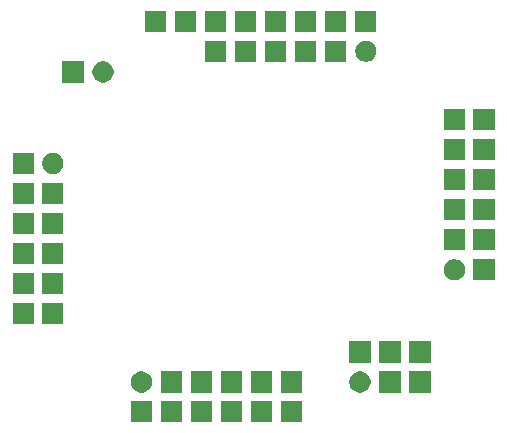
<source format=gbr>
G04 #@! TF.GenerationSoftware,KiCad,Pcbnew,(5.0.0-3-g5ebb6b6)*
G04 #@! TF.CreationDate,2019-02-10T22:35:18+03:00*
G04 #@! TF.ProjectId,mad,6D61642E6B696361645F706362000000,rev?*
G04 #@! TF.SameCoordinates,Original*
G04 #@! TF.FileFunction,Soldermask,Bot*
G04 #@! TF.FilePolarity,Negative*
%FSLAX46Y46*%
G04 Gerber Fmt 4.6, Leading zero omitted, Abs format (unit mm)*
G04 Created by KiCad (PCBNEW (5.0.0-3-g5ebb6b6)) date *
%MOMM*%
%LPD*%
G01*
G04 APERTURE LIST*
%ADD10C,0.100000*%
G04 APERTURE END LIST*
D10*
G36*
X73350000Y-77900000D02*
X71550000Y-77900000D01*
X71550000Y-76100000D01*
X73350000Y-76100000D01*
X73350000Y-77900000D01*
X73350000Y-77900000D01*
G37*
G36*
X70810000Y-77900000D02*
X69010000Y-77900000D01*
X69010000Y-76100000D01*
X70810000Y-76100000D01*
X70810000Y-77900000D01*
X70810000Y-77900000D01*
G37*
G36*
X68270000Y-77900000D02*
X66470000Y-77900000D01*
X66470000Y-76100000D01*
X68270000Y-76100000D01*
X68270000Y-77900000D01*
X68270000Y-77900000D01*
G37*
G36*
X65730000Y-77900000D02*
X63930000Y-77900000D01*
X63930000Y-76100000D01*
X65730000Y-76100000D01*
X65730000Y-77900000D01*
X65730000Y-77900000D01*
G37*
G36*
X63190000Y-77900000D02*
X61390000Y-77900000D01*
X61390000Y-76100000D01*
X63190000Y-76100000D01*
X63190000Y-77900000D01*
X63190000Y-77900000D01*
G37*
G36*
X60650000Y-77900000D02*
X58850000Y-77900000D01*
X58850000Y-76100000D01*
X60650000Y-76100000D01*
X60650000Y-77900000D01*
X60650000Y-77900000D01*
G37*
G36*
X65730000Y-75400000D02*
X63930000Y-75400000D01*
X63930000Y-73600000D01*
X65730000Y-73600000D01*
X65730000Y-75400000D01*
X65730000Y-75400000D01*
G37*
G36*
X63190000Y-75400000D02*
X61390000Y-75400000D01*
X61390000Y-73600000D01*
X63190000Y-73600000D01*
X63190000Y-75400000D01*
X63190000Y-75400000D01*
G37*
G36*
X60012520Y-73634586D02*
X60012522Y-73634587D01*
X60012523Y-73634587D01*
X60176310Y-73702430D01*
X60323717Y-73800924D01*
X60449076Y-73926283D01*
X60547570Y-74073690D01*
X60615414Y-74237480D01*
X60650000Y-74411358D01*
X60650000Y-74588642D01*
X60615414Y-74762520D01*
X60547570Y-74926310D01*
X60449076Y-75073717D01*
X60323717Y-75199076D01*
X60176310Y-75297570D01*
X60012523Y-75365413D01*
X60012522Y-75365413D01*
X60012520Y-75365414D01*
X59838642Y-75400000D01*
X59661358Y-75400000D01*
X59487480Y-75365414D01*
X59487478Y-75365413D01*
X59487477Y-75365413D01*
X59323690Y-75297570D01*
X59176283Y-75199076D01*
X59050924Y-75073717D01*
X58952430Y-74926310D01*
X58884586Y-74762520D01*
X58850000Y-74588642D01*
X58850000Y-74411358D01*
X58884586Y-74237480D01*
X58952430Y-74073690D01*
X59050924Y-73926283D01*
X59176283Y-73800924D01*
X59323690Y-73702430D01*
X59487477Y-73634587D01*
X59487478Y-73634587D01*
X59487480Y-73634586D01*
X59661358Y-73600000D01*
X59838642Y-73600000D01*
X60012520Y-73634586D01*
X60012520Y-73634586D01*
G37*
G36*
X68270000Y-75400000D02*
X66470000Y-75400000D01*
X66470000Y-73600000D01*
X68270000Y-73600000D01*
X68270000Y-75400000D01*
X68270000Y-75400000D01*
G37*
G36*
X70810000Y-75400000D02*
X69010000Y-75400000D01*
X69010000Y-73600000D01*
X70810000Y-73600000D01*
X70810000Y-75400000D01*
X70810000Y-75400000D01*
G37*
G36*
X73350000Y-75400000D02*
X71550000Y-75400000D01*
X71550000Y-73600000D01*
X73350000Y-73600000D01*
X73350000Y-75400000D01*
X73350000Y-75400000D01*
G37*
G36*
X84230000Y-75400000D02*
X82430000Y-75400000D01*
X82430000Y-73600000D01*
X84230000Y-73600000D01*
X84230000Y-75400000D01*
X84230000Y-75400000D01*
G37*
G36*
X81690000Y-75400000D02*
X79890000Y-75400000D01*
X79890000Y-73600000D01*
X81690000Y-73600000D01*
X81690000Y-75400000D01*
X81690000Y-75400000D01*
G37*
G36*
X78512520Y-73634586D02*
X78512522Y-73634587D01*
X78512523Y-73634587D01*
X78676310Y-73702430D01*
X78823717Y-73800924D01*
X78949076Y-73926283D01*
X79047570Y-74073690D01*
X79115414Y-74237480D01*
X79150000Y-74411358D01*
X79150000Y-74588642D01*
X79115414Y-74762520D01*
X79047570Y-74926310D01*
X78949076Y-75073717D01*
X78823717Y-75199076D01*
X78676310Y-75297570D01*
X78512523Y-75365413D01*
X78512522Y-75365413D01*
X78512520Y-75365414D01*
X78338642Y-75400000D01*
X78161358Y-75400000D01*
X77987480Y-75365414D01*
X77987478Y-75365413D01*
X77987477Y-75365413D01*
X77823690Y-75297570D01*
X77676283Y-75199076D01*
X77550924Y-75073717D01*
X77452430Y-74926310D01*
X77384586Y-74762520D01*
X77350000Y-74588642D01*
X77350000Y-74411358D01*
X77384586Y-74237480D01*
X77452430Y-74073690D01*
X77550924Y-73926283D01*
X77676283Y-73800924D01*
X77823690Y-73702430D01*
X77987477Y-73634587D01*
X77987478Y-73634587D01*
X77987480Y-73634586D01*
X78161358Y-73600000D01*
X78338642Y-73600000D01*
X78512520Y-73634586D01*
X78512520Y-73634586D01*
G37*
G36*
X84230000Y-72860000D02*
X82430000Y-72860000D01*
X82430000Y-71060000D01*
X84230000Y-71060000D01*
X84230000Y-72860000D01*
X84230000Y-72860000D01*
G37*
G36*
X81690000Y-72860000D02*
X79890000Y-72860000D01*
X79890000Y-71060000D01*
X81690000Y-71060000D01*
X81690000Y-72860000D01*
X81690000Y-72860000D01*
G37*
G36*
X79150000Y-72860000D02*
X77350000Y-72860000D01*
X77350000Y-71060000D01*
X79150000Y-71060000D01*
X79150000Y-72860000D01*
X79150000Y-72860000D01*
G37*
G36*
X53150000Y-69600000D02*
X51350000Y-69600000D01*
X51350000Y-67800000D01*
X53150000Y-67800000D01*
X53150000Y-69600000D01*
X53150000Y-69600000D01*
G37*
G36*
X50650000Y-69600000D02*
X48850000Y-69600000D01*
X48850000Y-67800000D01*
X50650000Y-67800000D01*
X50650000Y-69600000D01*
X50650000Y-69600000D01*
G37*
G36*
X53150000Y-67060000D02*
X51350000Y-67060000D01*
X51350000Y-65260000D01*
X53150000Y-65260000D01*
X53150000Y-67060000D01*
X53150000Y-67060000D01*
G37*
G36*
X50650000Y-67060000D02*
X48850000Y-67060000D01*
X48850000Y-65260000D01*
X50650000Y-65260000D01*
X50650000Y-67060000D01*
X50650000Y-67060000D01*
G37*
G36*
X89650000Y-65900000D02*
X87850000Y-65900000D01*
X87850000Y-64100000D01*
X89650000Y-64100000D01*
X89650000Y-65900000D01*
X89650000Y-65900000D01*
G37*
G36*
X86512520Y-64134586D02*
X86512522Y-64134587D01*
X86512523Y-64134587D01*
X86676310Y-64202430D01*
X86823717Y-64300924D01*
X86949076Y-64426283D01*
X87047570Y-64573690D01*
X87115414Y-64737480D01*
X87150000Y-64911358D01*
X87150000Y-65088642D01*
X87115414Y-65262520D01*
X87047570Y-65426310D01*
X86949076Y-65573717D01*
X86823717Y-65699076D01*
X86676310Y-65797570D01*
X86512523Y-65865413D01*
X86512522Y-65865413D01*
X86512520Y-65865414D01*
X86338642Y-65900000D01*
X86161358Y-65900000D01*
X85987480Y-65865414D01*
X85987478Y-65865413D01*
X85987477Y-65865413D01*
X85823690Y-65797570D01*
X85676283Y-65699076D01*
X85550924Y-65573717D01*
X85452430Y-65426310D01*
X85384586Y-65262520D01*
X85350000Y-65088642D01*
X85350000Y-64911358D01*
X85384586Y-64737480D01*
X85452430Y-64573690D01*
X85550924Y-64426283D01*
X85676283Y-64300924D01*
X85823690Y-64202430D01*
X85987477Y-64134587D01*
X85987478Y-64134587D01*
X85987480Y-64134586D01*
X86161358Y-64100000D01*
X86338642Y-64100000D01*
X86512520Y-64134586D01*
X86512520Y-64134586D01*
G37*
G36*
X53150000Y-64520000D02*
X51350000Y-64520000D01*
X51350000Y-62720000D01*
X53150000Y-62720000D01*
X53150000Y-64520000D01*
X53150000Y-64520000D01*
G37*
G36*
X50650000Y-64520000D02*
X48850000Y-64520000D01*
X48850000Y-62720000D01*
X50650000Y-62720000D01*
X50650000Y-64520000D01*
X50650000Y-64520000D01*
G37*
G36*
X89650000Y-63360000D02*
X87850000Y-63360000D01*
X87850000Y-61560000D01*
X89650000Y-61560000D01*
X89650000Y-63360000D01*
X89650000Y-63360000D01*
G37*
G36*
X87150000Y-63360000D02*
X85350000Y-63360000D01*
X85350000Y-61560000D01*
X87150000Y-61560000D01*
X87150000Y-63360000D01*
X87150000Y-63360000D01*
G37*
G36*
X50650000Y-61980000D02*
X48850000Y-61980000D01*
X48850000Y-60180000D01*
X50650000Y-60180000D01*
X50650000Y-61980000D01*
X50650000Y-61980000D01*
G37*
G36*
X53150000Y-61980000D02*
X51350000Y-61980000D01*
X51350000Y-60180000D01*
X53150000Y-60180000D01*
X53150000Y-61980000D01*
X53150000Y-61980000D01*
G37*
G36*
X89650000Y-60820000D02*
X87850000Y-60820000D01*
X87850000Y-59020000D01*
X89650000Y-59020000D01*
X89650000Y-60820000D01*
X89650000Y-60820000D01*
G37*
G36*
X87150000Y-60820000D02*
X85350000Y-60820000D01*
X85350000Y-59020000D01*
X87150000Y-59020000D01*
X87150000Y-60820000D01*
X87150000Y-60820000D01*
G37*
G36*
X50650000Y-59440000D02*
X48850000Y-59440000D01*
X48850000Y-57640000D01*
X50650000Y-57640000D01*
X50650000Y-59440000D01*
X50650000Y-59440000D01*
G37*
G36*
X53150000Y-59440000D02*
X51350000Y-59440000D01*
X51350000Y-57640000D01*
X53150000Y-57640000D01*
X53150000Y-59440000D01*
X53150000Y-59440000D01*
G37*
G36*
X87150000Y-58280000D02*
X85350000Y-58280000D01*
X85350000Y-56480000D01*
X87150000Y-56480000D01*
X87150000Y-58280000D01*
X87150000Y-58280000D01*
G37*
G36*
X89650000Y-58280000D02*
X87850000Y-58280000D01*
X87850000Y-56480000D01*
X89650000Y-56480000D01*
X89650000Y-58280000D01*
X89650000Y-58280000D01*
G37*
G36*
X50650000Y-56900000D02*
X48850000Y-56900000D01*
X48850000Y-55100000D01*
X50650000Y-55100000D01*
X50650000Y-56900000D01*
X50650000Y-56900000D01*
G37*
G36*
X52512520Y-55134586D02*
X52512522Y-55134587D01*
X52512523Y-55134587D01*
X52676310Y-55202430D01*
X52823717Y-55300924D01*
X52949076Y-55426283D01*
X53047570Y-55573690D01*
X53115414Y-55737480D01*
X53150000Y-55911358D01*
X53150000Y-56088642D01*
X53115414Y-56262520D01*
X53047570Y-56426310D01*
X52949076Y-56573717D01*
X52823717Y-56699076D01*
X52676310Y-56797570D01*
X52512523Y-56865413D01*
X52512522Y-56865413D01*
X52512520Y-56865414D01*
X52338642Y-56900000D01*
X52161358Y-56900000D01*
X51987480Y-56865414D01*
X51987478Y-56865413D01*
X51987477Y-56865413D01*
X51823690Y-56797570D01*
X51676283Y-56699076D01*
X51550924Y-56573717D01*
X51452430Y-56426310D01*
X51384586Y-56262520D01*
X51350000Y-56088642D01*
X51350000Y-55911358D01*
X51384586Y-55737480D01*
X51452430Y-55573690D01*
X51550924Y-55426283D01*
X51676283Y-55300924D01*
X51823690Y-55202430D01*
X51987477Y-55134587D01*
X51987478Y-55134587D01*
X51987480Y-55134586D01*
X52161358Y-55100000D01*
X52338642Y-55100000D01*
X52512520Y-55134586D01*
X52512520Y-55134586D01*
G37*
G36*
X87150000Y-55740000D02*
X85350000Y-55740000D01*
X85350000Y-53940000D01*
X87150000Y-53940000D01*
X87150000Y-55740000D01*
X87150000Y-55740000D01*
G37*
G36*
X89650000Y-55740000D02*
X87850000Y-55740000D01*
X87850000Y-53940000D01*
X89650000Y-53940000D01*
X89650000Y-55740000D01*
X89650000Y-55740000D01*
G37*
G36*
X87150000Y-53200000D02*
X85350000Y-53200000D01*
X85350000Y-51400000D01*
X87150000Y-51400000D01*
X87150000Y-53200000D01*
X87150000Y-53200000D01*
G37*
G36*
X89650000Y-53200000D02*
X87850000Y-53200000D01*
X87850000Y-51400000D01*
X89650000Y-51400000D01*
X89650000Y-53200000D01*
X89650000Y-53200000D01*
G37*
G36*
X54860000Y-49150000D02*
X53060000Y-49150000D01*
X53060000Y-47350000D01*
X54860000Y-47350000D01*
X54860000Y-49150000D01*
X54860000Y-49150000D01*
G37*
G36*
X56762520Y-47384586D02*
X56762522Y-47384587D01*
X56762523Y-47384587D01*
X56799733Y-47400000D01*
X56926310Y-47452430D01*
X57073717Y-47550924D01*
X57199076Y-47676283D01*
X57297570Y-47823690D01*
X57365414Y-47987480D01*
X57400000Y-48161358D01*
X57400000Y-48338642D01*
X57365414Y-48512520D01*
X57297570Y-48676310D01*
X57199076Y-48823717D01*
X57073717Y-48949076D01*
X56926310Y-49047570D01*
X56762523Y-49115413D01*
X56762522Y-49115413D01*
X56762520Y-49115414D01*
X56588642Y-49150000D01*
X56411358Y-49150000D01*
X56237480Y-49115414D01*
X56237478Y-49115413D01*
X56237477Y-49115413D01*
X56073690Y-49047570D01*
X55926283Y-48949076D01*
X55800924Y-48823717D01*
X55702430Y-48676310D01*
X55634586Y-48512520D01*
X55600000Y-48338642D01*
X55600000Y-48161358D01*
X55634586Y-47987480D01*
X55702430Y-47823690D01*
X55800924Y-47676283D01*
X55926283Y-47550924D01*
X56073690Y-47452430D01*
X56200267Y-47400000D01*
X56237477Y-47384587D01*
X56237478Y-47384587D01*
X56237480Y-47384586D01*
X56411358Y-47350000D01*
X56588642Y-47350000D01*
X56762520Y-47384586D01*
X56762520Y-47384586D01*
G37*
G36*
X79012520Y-45634586D02*
X79012522Y-45634587D01*
X79012523Y-45634587D01*
X79176310Y-45702430D01*
X79323717Y-45800924D01*
X79449076Y-45926283D01*
X79547570Y-46073690D01*
X79615414Y-46237480D01*
X79650000Y-46411358D01*
X79650000Y-46588642D01*
X79615414Y-46762520D01*
X79547570Y-46926310D01*
X79449076Y-47073717D01*
X79323717Y-47199076D01*
X79176310Y-47297570D01*
X79012523Y-47365413D01*
X79012522Y-47365413D01*
X79012520Y-47365414D01*
X78838642Y-47400000D01*
X78661358Y-47400000D01*
X78487480Y-47365414D01*
X78487478Y-47365413D01*
X78487477Y-47365413D01*
X78323690Y-47297570D01*
X78176283Y-47199076D01*
X78050924Y-47073717D01*
X77952430Y-46926310D01*
X77884586Y-46762520D01*
X77850000Y-46588642D01*
X77850000Y-46411358D01*
X77884586Y-46237480D01*
X77952430Y-46073690D01*
X78050924Y-45926283D01*
X78176283Y-45800924D01*
X78323690Y-45702430D01*
X78487477Y-45634587D01*
X78487478Y-45634587D01*
X78487480Y-45634586D01*
X78661358Y-45600000D01*
X78838642Y-45600000D01*
X79012520Y-45634586D01*
X79012520Y-45634586D01*
G37*
G36*
X77110000Y-47400000D02*
X75310000Y-47400000D01*
X75310000Y-45600000D01*
X77110000Y-45600000D01*
X77110000Y-47400000D01*
X77110000Y-47400000D01*
G37*
G36*
X74570000Y-47400000D02*
X72770000Y-47400000D01*
X72770000Y-45600000D01*
X74570000Y-45600000D01*
X74570000Y-47400000D01*
X74570000Y-47400000D01*
G37*
G36*
X72030000Y-47400000D02*
X70230000Y-47400000D01*
X70230000Y-45600000D01*
X72030000Y-45600000D01*
X72030000Y-47400000D01*
X72030000Y-47400000D01*
G37*
G36*
X69490000Y-47400000D02*
X67690000Y-47400000D01*
X67690000Y-45600000D01*
X69490000Y-45600000D01*
X69490000Y-47400000D01*
X69490000Y-47400000D01*
G37*
G36*
X66950000Y-47400000D02*
X65150000Y-47400000D01*
X65150000Y-45600000D01*
X66950000Y-45600000D01*
X66950000Y-47400000D01*
X66950000Y-47400000D01*
G37*
G36*
X66950000Y-44900000D02*
X65150000Y-44900000D01*
X65150000Y-43100000D01*
X66950000Y-43100000D01*
X66950000Y-44900000D01*
X66950000Y-44900000D01*
G37*
G36*
X69490000Y-44900000D02*
X67690000Y-44900000D01*
X67690000Y-43100000D01*
X69490000Y-43100000D01*
X69490000Y-44900000D01*
X69490000Y-44900000D01*
G37*
G36*
X72030000Y-44900000D02*
X70230000Y-44900000D01*
X70230000Y-43100000D01*
X72030000Y-43100000D01*
X72030000Y-44900000D01*
X72030000Y-44900000D01*
G37*
G36*
X74570000Y-44900000D02*
X72770000Y-44900000D01*
X72770000Y-43100000D01*
X74570000Y-43100000D01*
X74570000Y-44900000D01*
X74570000Y-44900000D01*
G37*
G36*
X77110000Y-44900000D02*
X75310000Y-44900000D01*
X75310000Y-43100000D01*
X77110000Y-43100000D01*
X77110000Y-44900000D01*
X77110000Y-44900000D01*
G37*
G36*
X79650000Y-44900000D02*
X77850000Y-44900000D01*
X77850000Y-43100000D01*
X79650000Y-43100000D01*
X79650000Y-44900000D01*
X79650000Y-44900000D01*
G37*
G36*
X64410000Y-44900000D02*
X62610000Y-44900000D01*
X62610000Y-43100000D01*
X64410000Y-43100000D01*
X64410000Y-44900000D01*
X64410000Y-44900000D01*
G37*
G36*
X61870000Y-44900000D02*
X60070000Y-44900000D01*
X60070000Y-43100000D01*
X61870000Y-43100000D01*
X61870000Y-44900000D01*
X61870000Y-44900000D01*
G37*
M02*

</source>
